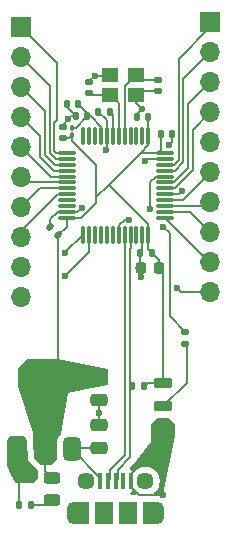
<source format=gbr>
%TF.GenerationSoftware,KiCad,Pcbnew,9.0.0*%
%TF.CreationDate,2025-06-28T10:43:13-07:00*%
%TF.ProjectId,STM 32 devboard,53544d20-3332-4206-9465-76626f617264,rev?*%
%TF.SameCoordinates,Original*%
%TF.FileFunction,Copper,L1,Top*%
%TF.FilePolarity,Positive*%
%FSLAX46Y46*%
G04 Gerber Fmt 4.6, Leading zero omitted, Abs format (unit mm)*
G04 Created by KiCad (PCBNEW 9.0.0) date 2025-06-28 10:43:13*
%MOMM*%
%LPD*%
G01*
G04 APERTURE LIST*
G04 Aperture macros list*
%AMRoundRect*
0 Rectangle with rounded corners*
0 $1 Rounding radius*
0 $2 $3 $4 $5 $6 $7 $8 $9 X,Y pos of 4 corners*
0 Add a 4 corners polygon primitive as box body*
4,1,4,$2,$3,$4,$5,$6,$7,$8,$9,$2,$3,0*
0 Add four circle primitives for the rounded corners*
1,1,$1+$1,$2,$3*
1,1,$1+$1,$4,$5*
1,1,$1+$1,$6,$7*
1,1,$1+$1,$8,$9*
0 Add four rect primitives between the rounded corners*
20,1,$1+$1,$2,$3,$4,$5,0*
20,1,$1+$1,$4,$5,$6,$7,0*
20,1,$1+$1,$6,$7,$8,$9,0*
20,1,$1+$1,$8,$9,$2,$3,0*%
G04 Aperture macros list end*
%TA.AperFunction,SMDPad,CuDef*%
%ADD10RoundRect,0.140000X0.140000X0.170000X-0.140000X0.170000X-0.140000X-0.170000X0.140000X-0.170000X0*%
%TD*%
%TA.AperFunction,ComponentPad*%
%ADD11R,1.700000X1.700000*%
%TD*%
%TA.AperFunction,ComponentPad*%
%ADD12O,1.700000X1.700000*%
%TD*%
%TA.AperFunction,SMDPad,CuDef*%
%ADD13RoundRect,0.375000X0.375000X-0.625000X0.375000X0.625000X-0.375000X0.625000X-0.375000X-0.625000X0*%
%TD*%
%TA.AperFunction,SMDPad,CuDef*%
%ADD14RoundRect,0.500000X1.400000X-0.500000X1.400000X0.500000X-1.400000X0.500000X-1.400000X-0.500000X0*%
%TD*%
%TA.AperFunction,SMDPad,CuDef*%
%ADD15R,1.400000X1.200000*%
%TD*%
%TA.AperFunction,SMDPad,CuDef*%
%ADD16RoundRect,0.120000X0.630000X0.280000X-0.630000X0.280000X-0.630000X-0.280000X0.630000X-0.280000X0*%
%TD*%
%TA.AperFunction,SMDPad,CuDef*%
%ADD17RoundRect,0.135000X0.135000X0.185000X-0.135000X0.185000X-0.135000X-0.185000X0.135000X-0.185000X0*%
%TD*%
%TA.AperFunction,SMDPad,CuDef*%
%ADD18RoundRect,0.135000X0.185000X-0.135000X0.185000X0.135000X-0.185000X0.135000X-0.185000X-0.135000X0*%
%TD*%
%TA.AperFunction,SMDPad,CuDef*%
%ADD19RoundRect,0.135000X-0.135000X-0.185000X0.135000X-0.185000X0.135000X0.185000X-0.135000X0.185000X0*%
%TD*%
%TA.AperFunction,SMDPad,CuDef*%
%ADD20R,0.400000X1.350000*%
%TD*%
%TA.AperFunction,HeatsinkPad*%
%ADD21O,1.200000X1.900000*%
%TD*%
%TA.AperFunction,SMDPad,CuDef*%
%ADD22R,1.200000X1.900000*%
%TD*%
%TA.AperFunction,HeatsinkPad*%
%ADD23C,1.450000*%
%TD*%
%TA.AperFunction,SMDPad,CuDef*%
%ADD24R,1.500000X1.900000*%
%TD*%
%TA.AperFunction,SMDPad,CuDef*%
%ADD25RoundRect,0.100000X-0.100000X0.130000X-0.100000X-0.130000X0.100000X-0.130000X0.100000X0.130000X0*%
%TD*%
%TA.AperFunction,SMDPad,CuDef*%
%ADD26RoundRect,0.243750X0.456250X-0.243750X0.456250X0.243750X-0.456250X0.243750X-0.456250X-0.243750X0*%
%TD*%
%TA.AperFunction,SMDPad,CuDef*%
%ADD27RoundRect,0.140000X0.170000X-0.140000X0.170000X0.140000X-0.170000X0.140000X-0.170000X-0.140000X0*%
%TD*%
%TA.AperFunction,SMDPad,CuDef*%
%ADD28RoundRect,0.140000X0.219203X0.021213X0.021213X0.219203X-0.219203X-0.021213X-0.021213X-0.219203X0*%
%TD*%
%TA.AperFunction,SMDPad,CuDef*%
%ADD29RoundRect,0.140000X-0.140000X-0.170000X0.140000X-0.170000X0.140000X0.170000X-0.140000X0.170000X0*%
%TD*%
%TA.AperFunction,SMDPad,CuDef*%
%ADD30RoundRect,0.225000X0.225000X0.250000X-0.225000X0.250000X-0.225000X-0.250000X0.225000X-0.250000X0*%
%TD*%
%TA.AperFunction,SMDPad,CuDef*%
%ADD31RoundRect,0.250000X-0.475000X0.250000X-0.475000X-0.250000X0.475000X-0.250000X0.475000X0.250000X0*%
%TD*%
%TA.AperFunction,SMDPad,CuDef*%
%ADD32RoundRect,0.140000X-0.170000X0.140000X-0.170000X-0.140000X0.170000X-0.140000X0.170000X0.140000X0*%
%TD*%
%TA.AperFunction,SMDPad,CuDef*%
%ADD33RoundRect,0.250000X0.475000X-0.250000X0.475000X0.250000X-0.475000X0.250000X-0.475000X-0.250000X0*%
%TD*%
%TA.AperFunction,SMDPad,CuDef*%
%ADD34RoundRect,0.075000X-0.665000X0.075000X-0.665000X-0.075000X0.665000X-0.075000X0.665000X0.075000X0*%
%TD*%
%TA.AperFunction,SMDPad,CuDef*%
%ADD35RoundRect,0.075000X-0.075000X0.665000X-0.075000X-0.665000X0.075000X-0.665000X0.075000X0.665000X0*%
%TD*%
%TA.AperFunction,ViaPad*%
%ADD36C,0.600000*%
%TD*%
%TA.AperFunction,Conductor*%
%ADD37C,0.200000*%
%TD*%
G04 APERTURE END LIST*
D10*
%TO.P,C10,2*%
%TO.N,GND*%
X24070000Y-38500000D03*
%TO.P,C10,1*%
%TO.N,+3.3V*%
X25030000Y-38500000D03*
%TD*%
%TO.P,C11,2*%
%TO.N,GND*%
X18616893Y-26944440D03*
%TO.P,C11,1*%
%TO.N,+3.3VA*%
X19576893Y-26944440D03*
%TD*%
%TO.P,C12,2*%
%TO.N,GND*%
X17874142Y-25905871D03*
%TO.P,C12,1*%
%TO.N,+3.3VA*%
X18834142Y-25905871D03*
%TD*%
D11*
%TO.P,J1,1,Pin_1*%
%TO.N,PB9*%
X30000000Y-19000000D03*
D12*
%TO.P,J1,2,Pin_2*%
%TO.N,PB8*%
X30000000Y-21540000D03*
%TO.P,J1,3,Pin_3*%
%TO.N,PB7*%
X30000000Y-24080000D03*
%TO.P,J1,4,Pin_4*%
%TO.N,PB6*%
X30000000Y-26620000D03*
%TO.P,J1,5,Pin_5*%
%TO.N,PB5*%
X30000000Y-29160000D03*
%TO.P,J1,6,Pin_6*%
%TO.N,PB4*%
X30000000Y-31700000D03*
%TO.P,J1,7,Pin_7*%
%TO.N,PB3*%
X30000000Y-34240000D03*
%TO.P,J1,8,Pin_8*%
%TO.N,PA15*%
X30000000Y-36780000D03*
%TO.P,J1,9,Pin_9*%
%TO.N,PA14*%
X30000000Y-39320000D03*
%TO.P,J1,10,Pin_10*%
%TO.N,PA10*%
X30000000Y-41860000D03*
%TD*%
D13*
%TO.P,U1,1,GND*%
%TO.N,GND*%
X13700000Y-55150000D03*
%TO.P,U1,3,VI*%
%TO.N,VBUS*%
X18300000Y-55150000D03*
D14*
%TO.P,U1,2,VO*%
%TO.N,+3.3V*%
X16000000Y-48850000D03*
D13*
X16000000Y-55150000D03*
%TD*%
D15*
%TO.P,Y1,2,2*%
%TO.N,GND*%
X21550000Y-23456912D03*
%TO.P,Y1,4,4*%
X23750000Y-25156912D03*
%TO.P,Y1,1,1*%
%TO.N,/HSE IN*%
X23750000Y-23456912D03*
%TO.P,Y1,3,3*%
%TO.N,/HSE OUT*%
X21550000Y-25156912D03*
%TD*%
D16*
%TO.P,SW1,1,A*%
%TO.N,GND*%
X26000000Y-53500000D03*
%TO.P,SW1,2,B*%
%TO.N,/SW_BOOT0*%
X26000000Y-51500000D03*
%TO.P,SW1,3,C*%
%TO.N,+3.3V*%
X26000000Y-49500000D03*
%TD*%
D17*
%TO.P,R3,1*%
%TO.N,+3.3V*%
X24410000Y-49800000D03*
%TO.P,R3,2*%
%TO.N,/USB_D+*%
X23390000Y-49800000D03*
%TD*%
D18*
%TO.P,R2,1*%
%TO.N,/SW_BOOT0*%
X27900000Y-46260000D03*
%TO.P,R2,2*%
%TO.N,Net-(U2-BOOT0)*%
X27900000Y-45240000D03*
%TD*%
D19*
%TO.P,R1,1*%
%TO.N,GND*%
X13786317Y-59852750D03*
%TO.P,R1,2*%
%TO.N,/PWRLED_K*%
X14806317Y-59852750D03*
%TD*%
D20*
%TO.P,J3,5,GND*%
%TO.N,GND*%
X23300000Y-57837500D03*
%TO.P,J3,1,VBUS*%
%TO.N,VBUS*%
X20700000Y-57837500D03*
%TO.P,J3,2,D-*%
%TO.N,/USB_D-*%
X21350000Y-57837500D03*
%TO.P,J3,3,D+*%
%TO.N,/USB_D+*%
X22000000Y-57837500D03*
%TO.P,J3,4,ID*%
%TO.N,unconnected-(J3-ID-Pad4)*%
X22650000Y-57837500D03*
D21*
%TO.P,J3,6,Shield*%
%TO.N,unconnected-(J3-Shield-Pad6)_4*%
X18500000Y-60537500D03*
D22*
%TO.N,unconnected-(J3-Shield-Pad6)_6*%
X19100000Y-60537500D03*
D23*
%TO.N,unconnected-(J3-Shield-Pad6)_5*%
X19500000Y-57837500D03*
D24*
%TO.N,unconnected-(J3-Shield-Pad6)_3*%
X21000000Y-60537500D03*
%TO.N,unconnected-(J3-Shield-Pad6)_1*%
X23000000Y-60537500D03*
D23*
%TO.N,unconnected-(J3-Shield-Pad6)_2*%
X24500000Y-57837500D03*
D22*
%TO.N,unconnected-(J3-Shield-Pad6)*%
X24900000Y-60537500D03*
D21*
%TO.N,unconnected-(J3-Shield-Pad6)_7*%
X25500000Y-60537500D03*
%TD*%
D11*
%TO.P,J2,1,Pin_1*%
%TO.N,PA3*%
X14000000Y-19420000D03*
D12*
%TO.P,J2,2,Pin_2*%
%TO.N,PA4*%
X14000000Y-21960000D03*
%TO.P,J2,3,Pin_3*%
%TO.N,PA5*%
X14000000Y-24500000D03*
%TO.P,J2,4,Pin_4*%
%TO.N,PA6*%
X14000000Y-27040000D03*
%TO.P,J2,5,Pin_5*%
%TO.N,PA7*%
X14000000Y-29580000D03*
%TO.P,J2,6,Pin_6*%
%TO.N,PB0*%
X14000000Y-32120000D03*
%TO.P,J2,7,Pin_7*%
%TO.N,PB1*%
X14000000Y-34660000D03*
%TO.P,J2,8,Pin_8*%
%TO.N,PB2*%
X14000000Y-37200000D03*
%TO.P,J2,9,Pin_9*%
%TO.N,PB12*%
X14000000Y-39740000D03*
%TO.P,J2,10,Pin_10*%
%TO.N,PB13*%
X14000000Y-42280000D03*
%TD*%
D25*
%TO.P,FB1,1*%
%TO.N,+3.3VA*%
X18312516Y-27902880D03*
%TO.P,FB1,2*%
%TO.N,+3.3V*%
X18312516Y-28542880D03*
%TD*%
D26*
%TO.P,D1,1,K*%
%TO.N,/PWRLED_K*%
X16600000Y-59437500D03*
%TO.P,D1,2,A*%
%TO.N,+3.3V*%
X16600000Y-57562500D03*
%TD*%
D27*
%TO.P,C13,2*%
%TO.N,GND*%
X17500000Y-27826912D03*
%TO.P,C13,1*%
%TO.N,+3.3V*%
X17500000Y-28786912D03*
%TD*%
D28*
%TO.P,C9,1*%
%TO.N,+3.3V*%
X17135936Y-36990191D03*
%TO.P,C9,2*%
%TO.N,GND*%
X16457114Y-36311369D03*
%TD*%
D29*
%TO.P,C8,2*%
%TO.N,GND*%
X26745811Y-28420361D03*
%TO.P,C8,1*%
%TO.N,+3.3V*%
X25785811Y-28420361D03*
%TD*%
D10*
%TO.P,C7,2*%
%TO.N,GND*%
X20520000Y-26556912D03*
%TO.P,C7,1*%
%TO.N,/NRST*%
X21480000Y-26556912D03*
%TD*%
%TO.P,C6,2*%
%TO.N,GND*%
X23759597Y-27033813D03*
%TO.P,C6,1*%
%TO.N,+3.3V*%
X24719597Y-27033813D03*
%TD*%
D30*
%TO.P,C5,1*%
%TO.N,+3.3V*%
X25675000Y-39762471D03*
%TO.P,C5,2*%
%TO.N,GND*%
X24125000Y-39762471D03*
%TD*%
D31*
%TO.P,C4,2*%
%TO.N,GND*%
X20600000Y-50950000D03*
%TO.P,C4,1*%
%TO.N,+3.3V*%
X20600000Y-49050000D03*
%TD*%
D27*
%TO.P,C3,2*%
%TO.N,GND*%
X19750000Y-24026912D03*
%TO.P,C3,1*%
%TO.N,/HSE OUT*%
X19750000Y-24986912D03*
%TD*%
D32*
%TO.P,C2,2*%
%TO.N,GND*%
X25550000Y-24836912D03*
%TO.P,C2,1*%
%TO.N,/HSE IN*%
X25550000Y-23876912D03*
%TD*%
D33*
%TO.P,C1,2*%
%TO.N,GND*%
X20608899Y-53121859D03*
%TO.P,C1,1*%
%TO.N,VBUS*%
X20608899Y-55021859D03*
%TD*%
D34*
%TO.P,U2,47,VSS*%
%TO.N,GND*%
X26160000Y-30556912D03*
D35*
%TO.P,U2,8,VSSA*%
X21250000Y-28646912D03*
D34*
%TO.P,U2,48,VDD*%
%TO.N,+3.3V*%
X26160000Y-30056912D03*
%TO.P,U2,46,PB9*%
%TO.N,PB9*%
X26160000Y-31056912D03*
%TO.P,U2,45,PB8*%
%TO.N,PB8*%
X26160000Y-31556912D03*
%TO.P,U2,44,BOOT0*%
%TO.N,Net-(U2-BOOT0)*%
X26160000Y-32056912D03*
%TO.P,U2,43,PB7*%
%TO.N,PB7*%
X26160000Y-32556912D03*
%TO.P,U2,42,PB6*%
%TO.N,PB6*%
X26160000Y-33056912D03*
%TO.P,U2,41,PB5*%
%TO.N,PB5*%
X26160000Y-33556912D03*
%TO.P,U2,40,PB4*%
%TO.N,PB4*%
X26160000Y-34056912D03*
%TO.P,U2,39,PB3*%
%TO.N,PB3*%
X26160000Y-34556912D03*
%TO.P,U2,38,PA15*%
%TO.N,PA15*%
X26160000Y-35056912D03*
%TO.P,U2,37,PA14*%
%TO.N,PA14*%
X26160000Y-35556912D03*
D35*
%TO.P,U2,36,VDD*%
%TO.N,+3.3V*%
X24750000Y-36966912D03*
%TO.P,U2,35,VSS*%
%TO.N,GND*%
X24250000Y-36966912D03*
%TO.P,U2,34,PA13*%
%TO.N,unconnected-(U2-PA13-Pad34)*%
X23750000Y-36966912D03*
%TO.P,U2,33,PA12*%
%TO.N,/USB_D+*%
X23250000Y-36966912D03*
%TO.P,U2,32,PA11*%
%TO.N,/USB_D-*%
X22750000Y-36966912D03*
%TO.P,U2,31,PA10*%
%TO.N,PA10*%
X22250000Y-36966912D03*
%TO.P,U2,30,PA9*%
%TO.N,unconnected-(U2-PA9-Pad30)*%
X21750000Y-36966912D03*
%TO.P,U2,29,PA8*%
%TO.N,unconnected-(U2-PA8-Pad29)*%
X21250000Y-36966912D03*
%TO.P,U2,28,PB15*%
%TO.N,unconnected-(U2-PB15-Pad28)*%
X20750000Y-36966912D03*
%TO.P,U2,27,PB14*%
%TO.N,unconnected-(U2-PB14-Pad27)*%
X20250000Y-36966912D03*
%TO.P,U2,26,PB13*%
%TO.N,PB13*%
X19750000Y-36966912D03*
%TO.P,U2,25,PB12*%
%TO.N,PB12*%
X19250000Y-36966912D03*
D34*
%TO.P,U2,24,VDD*%
%TO.N,+3.3V*%
X17840000Y-35556912D03*
%TO.P,U2,23,VSS*%
%TO.N,GND*%
X17840000Y-35056912D03*
%TO.P,U2,22,PB11*%
%TO.N,unconnected-(U2-PB11-Pad22)*%
X17840000Y-34556912D03*
%TO.P,U2,21,PB10*%
%TO.N,unconnected-(U2-PB10-Pad21)*%
X17840000Y-34056912D03*
%TO.P,U2,20,PB2*%
%TO.N,PB2*%
X17840000Y-33556912D03*
%TO.P,U2,19,PB1*%
%TO.N,PB1*%
X17840000Y-33056912D03*
%TO.P,U2,18,PB0*%
%TO.N,PB0*%
X17840000Y-32556912D03*
%TO.P,U2,17,PA7*%
%TO.N,PA7*%
X17840000Y-32056912D03*
%TO.P,U2,16,PA6*%
%TO.N,PA6*%
X17840000Y-31556912D03*
%TO.P,U2,15,PA5*%
%TO.N,PA5*%
X17840000Y-31056912D03*
%TO.P,U2,14,PA4*%
%TO.N,PA4*%
X17840000Y-30556912D03*
%TO.P,U2,13,PA3*%
%TO.N,PA3*%
X17840000Y-30056912D03*
D35*
%TO.P,U2,12,PA2*%
%TO.N,unconnected-(U2-PA2-Pad12)*%
X19250000Y-28646912D03*
%TO.P,U2,11,PA1*%
%TO.N,unconnected-(U2-PA1-Pad11)*%
X19750000Y-28646912D03*
%TO.P,U2,10,PA0*%
%TO.N,unconnected-(U2-PA0-Pad10)*%
X20250000Y-28646912D03*
%TO.P,U2,9,VDDA*%
%TO.N,+3.3VA*%
X20750000Y-28646912D03*
%TO.P,U2,7,NRST*%
%TO.N,/NRST*%
X21750000Y-28646912D03*
%TO.P,U2,6,PD1*%
%TO.N,/HSE OUT*%
X22250000Y-28646912D03*
%TO.P,U2,5,PD0*%
%TO.N,/HSE IN*%
X22750000Y-28646912D03*
%TO.P,U2,4,PC15*%
%TO.N,unconnected-(U2-PC15-Pad4)*%
X23250000Y-28646912D03*
%TO.P,U2,3,PC14*%
%TO.N,unconnected-(U2-PC14-Pad3)*%
X23750000Y-28646912D03*
%TO.P,U2,2,PC13*%
%TO.N,/PC13*%
X24250000Y-28646912D03*
%TO.P,U2,1,VBAT*%
%TO.N,+3.3V*%
X24750000Y-28646912D03*
%TD*%
D36*
%TO.N,PB13*%
X17735936Y-40500000D03*
%TO.N,PB12*%
X17735936Y-38500000D03*
%TO.N,GND*%
X21200000Y-29800000D03*
X19100000Y-34700000D03*
X24100000Y-40600000D03*
%TO.N,PB5*%
X27603183Y-33303183D03*
%TO.N,GND*%
X20600000Y-52050000D03*
X26000000Y-59000000D03*
X24000000Y-56500000D03*
X24500000Y-30700000D03*
%TO.N,PA10*%
X27150000Y-41500000D03*
X23100000Y-35700000D03*
%TO.N,GND*%
X26500000Y-29406912D03*
X17950000Y-27206912D03*
X20200000Y-23506912D03*
X24250000Y-26306912D03*
X26000000Y-56750000D03*
X24500000Y-56000000D03*
X14500000Y-57500000D03*
X13750000Y-57500000D03*
X14750000Y-56750000D03*
X14000000Y-56750000D03*
X13250000Y-56750000D03*
%TO.N,Net-(U2-BOOT0)*%
X26000000Y-36306912D03*
X24920002Y-34800000D03*
%TD*%
D37*
%TO.N,PB13*%
X19750000Y-38450000D02*
X19750000Y-36966912D01*
X17735936Y-40500000D02*
X17735936Y-40464064D01*
X17735936Y-40464064D02*
X19750000Y-38450000D01*
%TO.N,PB12*%
X17735936Y-38480976D02*
X17735936Y-38500000D01*
X19250000Y-36966912D02*
X17735936Y-38480976D01*
%TO.N,+3.3V*%
X17135936Y-47714064D02*
X16000000Y-48850000D01*
X17135936Y-36990191D02*
X17135936Y-47714064D01*
X24750000Y-36050000D02*
X24750000Y-36966912D01*
X21435368Y-32735368D02*
X20356912Y-33813824D01*
X21435368Y-32735368D02*
X24750000Y-36050000D01*
%TO.N,Net-(U2-BOOT0)*%
X25386176Y-32056912D02*
X26160000Y-32056912D01*
X24920002Y-34800000D02*
X24920002Y-32523086D01*
X24920002Y-32523086D02*
X25386176Y-32056912D01*
%TO.N,PA10*%
X23100000Y-35700000D02*
X22743088Y-35700000D01*
X22250000Y-36193088D02*
X22743088Y-35700000D01*
X22250000Y-36966912D02*
X22250000Y-36193088D01*
%TO.N,/USB_D+*%
X23225000Y-38101913D02*
X23225000Y-55785500D01*
%TO.N,+3.3V*%
X24710000Y-49500000D02*
X24410000Y-49800000D01*
X26000000Y-49500000D02*
X24710000Y-49500000D01*
X25700000Y-49800000D02*
X26000000Y-49500000D01*
%TO.N,GND*%
X21250000Y-29750000D02*
X21200000Y-29800000D01*
X21250000Y-28646912D02*
X21250000Y-29750000D01*
X20520000Y-26556912D02*
X21250000Y-27286912D01*
X21250000Y-27286912D02*
X21250000Y-28646912D01*
%TO.N,/NRST*%
X21750000Y-28646912D02*
X21750000Y-26826912D01*
X21750000Y-26826912D02*
X21480000Y-26556912D01*
X21580000Y-26556912D02*
X21680000Y-26556912D01*
%TO.N,GND*%
X24100000Y-39787471D02*
X24125000Y-39762471D01*
X24100000Y-40600000D02*
X24100000Y-39787471D01*
%TO.N,+3.3V*%
X20356912Y-34293031D02*
X20356912Y-33813824D01*
X19093031Y-35556912D02*
X20356912Y-34293031D01*
X17840000Y-35556912D02*
X19093031Y-35556912D01*
%TO.N,GND*%
X18743088Y-35056912D02*
X17840000Y-35056912D01*
X19100000Y-34700000D02*
X18743088Y-35056912D01*
%TO.N,PB4*%
X30000000Y-31756309D02*
X27699397Y-34056912D01*
X30000000Y-31700000D02*
X30000000Y-31756309D01*
X27699397Y-34056912D02*
X26160000Y-34056912D01*
%TO.N,PB5*%
X27349454Y-33556912D02*
X27603183Y-33303183D01*
X26160000Y-33556912D02*
X27349454Y-33556912D01*
%TO.N,GND*%
X26160000Y-30556912D02*
X24643088Y-30556912D01*
X24643088Y-30556912D02*
X24500000Y-30700000D01*
X26745811Y-28420361D02*
X26745811Y-29161101D01*
X26745811Y-29161101D02*
X26500000Y-29406912D01*
X20600000Y-50950000D02*
X20600000Y-52050000D01*
X20600000Y-52050000D02*
X20600000Y-53112960D01*
X20200000Y-23506912D02*
X21500000Y-23506912D01*
X19750000Y-23956912D02*
X20200000Y-23506912D01*
X17500000Y-27656912D02*
X17950000Y-27206912D01*
X18616893Y-26944440D02*
X18212472Y-26944440D01*
X18212472Y-26944440D02*
X17950000Y-27206912D01*
X23750000Y-25806912D02*
X24250000Y-26306912D01*
X24250000Y-26306912D02*
X23759597Y-26797315D01*
X13786317Y-59852750D02*
X13786317Y-57536317D01*
X13786317Y-57536317D02*
X13750000Y-57500000D01*
X25500000Y-59000000D02*
X26000000Y-59000000D01*
X23300000Y-57200000D02*
X24000000Y-56500000D01*
X23987500Y-59000000D02*
X25500000Y-59000000D01*
X20837040Y-53350000D02*
X20608899Y-53121859D01*
X20600000Y-53112960D02*
X20608899Y-53121859D01*
X21200632Y-28597544D02*
X21250000Y-28646912D01*
X21500000Y-23506912D02*
X21550000Y-23456912D01*
X19750000Y-24026912D02*
X19750000Y-23956912D01*
X17500000Y-27826912D02*
X17500000Y-27656912D01*
X17874142Y-26201689D02*
X18616893Y-26944440D01*
X23750000Y-25156912D02*
X23750000Y-25806912D01*
X23759597Y-26797315D02*
X23759597Y-27033813D01*
X23300000Y-58312500D02*
X23987500Y-59000000D01*
X17874142Y-25905871D02*
X17874142Y-26201689D01*
X24070000Y-24836912D02*
X23750000Y-25156912D01*
X25550000Y-24836912D02*
X24070000Y-24836912D01*
X23300000Y-57837500D02*
X23300000Y-58312500D01*
%TO.N,PB5*%
X30000000Y-29160000D02*
X30000000Y-29797690D01*
%TO.N,PB6*%
X27049924Y-33007912D02*
X25900000Y-33007912D01*
X28529811Y-31528025D02*
X27049924Y-33007912D01*
X28529811Y-28090189D02*
X28529811Y-31528025D01*
X30000000Y-26620000D02*
X28529811Y-28090189D01*
%TO.N,PB7*%
X28128811Y-31361925D02*
X26933824Y-32556912D01*
X28128811Y-25951189D02*
X28128811Y-31361925D01*
X26933824Y-32556912D02*
X26160000Y-32556912D01*
X30000000Y-24080000D02*
X28128811Y-25951189D01*
%TO.N,PB8*%
X27000924Y-31556912D02*
X26160000Y-31556912D01*
X27727811Y-23812189D02*
X27727811Y-30830025D01*
X30000000Y-21540000D02*
X27727811Y-23812189D01*
X27727811Y-30830025D02*
X27000924Y-31556912D01*
%TO.N,PB9*%
X30000000Y-19426811D02*
X27326811Y-22100000D01*
X30000000Y-19000000D02*
X30000000Y-19426811D01*
X27326811Y-30663925D02*
X27326811Y-22100000D01*
X26933824Y-31056912D02*
X27326811Y-30663925D01*
X26160000Y-31056912D02*
X26933824Y-31056912D01*
%TO.N,+3.3V*%
X25785811Y-28420361D02*
X25785811Y-29771101D01*
X25785811Y-29771101D02*
X25500000Y-30056912D01*
X25500000Y-30056912D02*
X24113824Y-30056912D01*
%TO.N,PB9*%
X29500000Y-19000000D02*
X30000000Y-19000000D01*
%TO.N,PB3*%
X29683088Y-34556912D02*
X30000000Y-34240000D01*
X26160000Y-34556912D02*
X29683088Y-34556912D01*
%TO.N,PA15*%
X26160000Y-35056912D02*
X28276912Y-35056912D01*
X28276912Y-35056912D02*
X30000000Y-36780000D01*
%TO.N,PA14*%
X29923088Y-39320000D02*
X30000000Y-39320000D01*
X26160000Y-35556912D02*
X29923088Y-39320000D01*
%TO.N,PA10*%
X27510000Y-41860000D02*
X30000000Y-41860000D01*
X27150000Y-41500000D02*
X27510000Y-41860000D01*
%TO.N,+3.3V*%
X16000000Y-56962500D02*
X16600000Y-57562500D01*
X16000000Y-55150000D02*
X16000000Y-56962500D01*
%TO.N,Net-(U2-BOOT0)*%
X26550000Y-43890000D02*
X27900000Y-45240000D01*
X26550000Y-36856912D02*
X26550000Y-43890000D01*
X26000000Y-36306912D02*
X26550000Y-36856912D01*
%TO.N,PB2*%
X14000000Y-36623088D02*
X14000000Y-37200000D01*
X17066176Y-33556912D02*
X14000000Y-36623088D01*
X17840000Y-33556912D02*
X17066176Y-33556912D01*
%TO.N,PB1*%
X15603088Y-33056912D02*
X17840000Y-33056912D01*
X14000000Y-34660000D02*
X15603088Y-33056912D01*
%TO.N,PB0*%
X14436912Y-32556912D02*
X14000000Y-32120000D01*
X17840000Y-32556912D02*
X14436912Y-32556912D01*
%TO.N,PA7*%
X16476912Y-32056912D02*
X17840000Y-32056912D01*
X14000000Y-29580000D02*
X16476912Y-32056912D01*
%TO.N,PA6*%
X16766876Y-31556912D02*
X17840000Y-31556912D01*
X15596000Y-28636000D02*
X15596000Y-30386036D01*
X15596000Y-30386036D02*
X16766876Y-31556912D01*
X14000000Y-27040000D02*
X15596000Y-28636000D01*
%TO.N,PA5*%
X15997000Y-30219936D02*
X16833976Y-31056912D01*
X15997000Y-26497000D02*
X15997000Y-30219936D01*
X14000000Y-24500000D02*
X15997000Y-26497000D01*
X16833976Y-31056912D02*
X17840000Y-31056912D01*
%TO.N,PA4*%
X16901076Y-30556912D02*
X17840000Y-30556912D01*
X16398000Y-30053836D02*
X16901076Y-30556912D01*
X16398000Y-24358000D02*
X16398000Y-30053836D01*
X14000000Y-21960000D02*
X16398000Y-24358000D01*
%TO.N,PA3*%
X16799000Y-29887736D02*
X16968176Y-30056912D01*
X16799000Y-27501000D02*
X16799000Y-29887736D01*
X17000000Y-27300000D02*
X16799000Y-27501000D01*
X17000000Y-22420000D02*
X17000000Y-27300000D01*
X16968176Y-30056912D02*
X17840000Y-30056912D01*
X14000000Y-19420000D02*
X17000000Y-22420000D01*
%TO.N,PB1*%
X14000000Y-34660000D02*
X14000000Y-34623088D01*
%TO.N,+3.3V*%
X26000000Y-40087471D02*
X25675000Y-39762471D01*
X26000000Y-49500000D02*
X26000000Y-40087471D01*
%TO.N,/USB_D-*%
X21499000Y-56875132D02*
X21499000Y-57688500D01*
X22775000Y-38101913D02*
X22775000Y-55599132D01*
X22750000Y-36966912D02*
X22750000Y-38076913D01*
%TO.N,/USB_D+*%
X22149000Y-56861500D02*
X22149000Y-57674897D01*
%TO.N,/USB_D-*%
X22775000Y-55599132D02*
X21499000Y-56875132D01*
X22750000Y-38076913D02*
X22775000Y-38101913D01*
%TO.N,/USB_D+*%
X23250000Y-36966912D02*
X23250000Y-38076913D01*
X23225000Y-55785500D02*
X22149000Y-56861500D01*
X23250000Y-38076913D02*
X23225000Y-38101913D01*
%TO.N,+3.3V*%
X25675000Y-39145000D02*
X25030000Y-38500000D01*
X25675000Y-39762471D02*
X25675000Y-39145000D01*
X17840000Y-36286127D02*
X17135936Y-36990191D01*
X17840000Y-35556912D02*
X17840000Y-36286127D01*
%TO.N,GND*%
X17066176Y-35056912D02*
X16457114Y-35665974D01*
X16457114Y-35665974D02*
X16457114Y-36311369D01*
X17840000Y-35056912D02*
X17066176Y-35056912D01*
X24070000Y-39424442D02*
X23731971Y-39762471D01*
X24070000Y-38500000D02*
X24070000Y-39424442D01*
%TO.N,+3.3V*%
X24750000Y-38220000D02*
X25030000Y-38500000D01*
X24750000Y-36966912D02*
X24750000Y-38220000D01*
%TO.N,GND*%
X24250000Y-38320000D02*
X24070000Y-38500000D01*
X24250000Y-36966912D02*
X24250000Y-38320000D01*
%TO.N,+3.3V*%
X18068484Y-28786912D02*
X18312516Y-28542880D01*
X17500000Y-28786912D02*
X18068484Y-28786912D01*
%TO.N,+3.3VA*%
X19576893Y-26648622D02*
X18834142Y-25905871D01*
X19576893Y-26944440D02*
X19576893Y-26648622D01*
X18618453Y-27902880D02*
X19576893Y-26944440D01*
X18312516Y-27902880D02*
X18618453Y-27902880D01*
%TO.N,+3.3V*%
X18312516Y-29019428D02*
X20356912Y-31063824D01*
X18312516Y-28542880D02*
X18312516Y-29019428D01*
X20356912Y-31063824D02*
X20356912Y-33813824D01*
%TO.N,+3.3VA*%
X19856892Y-26944440D02*
X20750000Y-27837548D01*
X20750000Y-27837548D02*
X20750000Y-28646912D01*
X19576893Y-26944440D02*
X19856892Y-26944440D01*
%TO.N,/PWRLED_K*%
X16184750Y-59852750D02*
X16600000Y-59437500D01*
X14806317Y-59852750D02*
X16184750Y-59852750D01*
%TO.N,VBUS*%
X18428141Y-55021859D02*
X18300000Y-55150000D01*
X20608899Y-55021859D02*
X18428141Y-55021859D01*
%TO.N,/HSE OUT*%
X19920000Y-25156912D02*
X19750000Y-24986912D01*
X21550000Y-25156912D02*
X19920000Y-25156912D01*
%TO.N,/HSE IN*%
X24170000Y-23876912D02*
X23750000Y-23456912D01*
X25550000Y-23876912D02*
X24170000Y-23876912D01*
%TO.N,/HSE OUT*%
X22250000Y-25856912D02*
X22250000Y-28646912D01*
X21550000Y-25156912D02*
X22250000Y-25856912D01*
%TO.N,/HSE IN*%
X22750000Y-24356912D02*
X22750000Y-28646912D01*
X23650000Y-23456912D02*
X22750000Y-24356912D01*
X23750000Y-23456912D02*
X23650000Y-23456912D01*
%TO.N,+3.3V*%
X24719597Y-27033813D02*
X24719597Y-28616509D01*
X24719597Y-28616509D02*
X24750000Y-28646912D01*
X24750000Y-29420736D02*
X24113824Y-30056912D01*
X24750000Y-28646912D02*
X24750000Y-29420736D01*
X24113824Y-30056912D02*
X21435368Y-32735368D01*
X26160000Y-30056912D02*
X25500000Y-30056912D01*
%TO.N,/SW_BOOT0*%
X28000000Y-49500000D02*
X26000000Y-51500000D01*
X28000000Y-46510000D02*
X28000000Y-49500000D01*
%TO.N,Net-(U2-BOOT0)*%
X26010000Y-36296912D02*
X26000000Y-36306912D01*
%TO.N,VBUS*%
X20700000Y-57550000D02*
X20700000Y-57837500D01*
X18300000Y-55150000D02*
X20700000Y-57550000D01*
%TO.N,/USB_D+*%
X22000000Y-57823897D02*
X22000000Y-57837500D01*
X22149000Y-57674897D02*
X22000000Y-57823897D01*
%TO.N,/USB_D-*%
X21499000Y-57688500D02*
X21350000Y-57837500D01*
%TD*%
%TA.AperFunction,Conductor*%
%TO.N,GND*%
G36*
X14240403Y-54019685D02*
G01*
X14284273Y-54068546D01*
X14488316Y-54476632D01*
X14501262Y-54526094D01*
X14575354Y-56057540D01*
X14575355Y-56057541D01*
X15363838Y-56857982D01*
X15375326Y-56879401D01*
X15390429Y-56898447D01*
X15393218Y-56912763D01*
X15396860Y-56919554D01*
X15398889Y-56932713D01*
X15399499Y-56938838D01*
X15399499Y-57041557D01*
X15415777Y-57102309D01*
X15416779Y-57112363D01*
X15412101Y-57137170D01*
X15411501Y-57162407D01*
X15411099Y-57163643D01*
X15409913Y-57167222D01*
X15399500Y-57269144D01*
X15399500Y-57549138D01*
X15379815Y-57616177D01*
X15363181Y-57636819D01*
X15036319Y-57963681D01*
X14974996Y-57997166D01*
X14948638Y-58000000D01*
X13576636Y-58000000D01*
X13509597Y-57980315D01*
X13465727Y-57931454D01*
X13318410Y-57636819D01*
X13308089Y-57616177D01*
X13081822Y-57163643D01*
X12966357Y-56932713D01*
X12956382Y-56912763D01*
X12939701Y-56879401D01*
X12763091Y-56526182D01*
X12750000Y-56470728D01*
X12750000Y-54529272D01*
X12763091Y-54473818D01*
X12965727Y-54068546D01*
X13013314Y-54017387D01*
X13076636Y-54000000D01*
X14173364Y-54000000D01*
X14240403Y-54019685D01*
G37*
%TD.AperFunction*%
%TD*%
%TA.AperFunction,Conductor*%
%TO.N,+3.3V*%
G36*
X17146851Y-47502592D02*
G01*
X21251229Y-48355450D01*
X21312860Y-48388361D01*
X21346915Y-48449369D01*
X21350000Y-48476856D01*
X21350000Y-49597460D01*
X21330315Y-49664499D01*
X21277511Y-49710254D01*
X21249284Y-49719254D01*
X20015719Y-49955082D01*
X20015718Y-49955083D01*
X20010405Y-49956098D01*
X19972203Y-49960001D01*
X19947948Y-49968038D01*
X19939946Y-49969568D01*
X19939943Y-49969567D01*
X17949999Y-50349999D01*
X17949999Y-50350000D01*
X17368419Y-53808872D01*
X17337891Y-53871719D01*
X17323825Y-53884957D01*
X17302282Y-53902273D01*
X17302275Y-53902280D01*
X17182969Y-54050704D01*
X17182967Y-54050707D01*
X17098360Y-54221302D01*
X17052400Y-54406107D01*
X17049500Y-54448879D01*
X17049500Y-55695243D01*
X17047784Y-55715804D01*
X17006572Y-55960910D01*
X16976043Y-56023757D01*
X16971969Y-56028030D01*
X16536319Y-56463681D01*
X16474996Y-56497166D01*
X16448638Y-56500000D01*
X15772679Y-56500000D01*
X15705640Y-56480315D01*
X15684340Y-56463019D01*
X15185559Y-55956673D01*
X15104161Y-55874041D01*
X15071140Y-55812468D01*
X15068647Y-55793025D01*
X15011851Y-54619062D01*
X15006172Y-54501674D01*
X15006171Y-54501667D01*
X15001433Y-54470768D01*
X15000000Y-54451973D01*
X15000000Y-53749999D01*
X13755644Y-49768060D01*
X13750000Y-49731074D01*
X13750000Y-48301362D01*
X13769685Y-48234323D01*
X13786319Y-48213681D01*
X14463681Y-47536319D01*
X14525004Y-47502834D01*
X14551362Y-47500000D01*
X17121625Y-47500000D01*
X17146851Y-47502592D01*
G37*
%TD.AperFunction*%
%TD*%
%TA.AperFunction,Conductor*%
%TO.N,GND*%
G36*
X23481952Y-58574153D02*
G01*
X23510080Y-58580272D01*
X23515757Y-58585263D01*
X23520988Y-58586982D01*
X23529160Y-58597045D01*
X23550971Y-58616219D01*
X23565236Y-58635852D01*
X23565243Y-58635861D01*
X23701641Y-58772259D01*
X23706354Y-58775683D01*
X23749019Y-58831014D01*
X23754997Y-58900627D01*
X23722390Y-58962422D01*
X23661551Y-58996778D01*
X23633467Y-59000000D01*
X23357985Y-59000000D01*
X23290946Y-58980315D01*
X23245191Y-58927511D01*
X23235247Y-58858353D01*
X23246892Y-58820916D01*
X23251928Y-58810759D01*
X23293796Y-58754831D01*
X23336712Y-58639766D01*
X23339561Y-58634021D01*
X23359095Y-58612879D01*
X23376343Y-58589839D01*
X23382509Y-58587538D01*
X23386977Y-58582704D01*
X23414840Y-58575479D01*
X23441807Y-58565421D01*
X23448238Y-58566820D01*
X23454610Y-58565168D01*
X23481952Y-58574153D01*
G37*
%TD.AperFunction*%
%TA.AperFunction,Conductor*%
G36*
X26515677Y-52519685D02*
G01*
X26536319Y-52536319D01*
X26963681Y-52963681D01*
X26997166Y-53025004D01*
X27000000Y-53051362D01*
X27000000Y-53987722D01*
X26997592Y-54012040D01*
X26019936Y-58900318D01*
X25987486Y-58962196D01*
X25926734Y-58996706D01*
X25898344Y-59000000D01*
X25366533Y-59000000D01*
X25299494Y-58980315D01*
X25253739Y-58927511D01*
X25243795Y-58858353D01*
X25272820Y-58794797D01*
X25293646Y-58775683D01*
X25298359Y-58772259D01*
X25434759Y-58635859D01*
X25548141Y-58479802D01*
X25635715Y-58307929D01*
X25695324Y-58124472D01*
X25725500Y-57933949D01*
X25725500Y-57741051D01*
X25695324Y-57550528D01*
X25635715Y-57367071D01*
X25548141Y-57195198D01*
X25434759Y-57039141D01*
X25298359Y-56902741D01*
X25142302Y-56789359D01*
X24970429Y-56701785D01*
X24786972Y-56642176D01*
X24786970Y-56642175D01*
X24786969Y-56642175D01*
X24640614Y-56618995D01*
X24596449Y-56612000D01*
X24403551Y-56612000D01*
X24367697Y-56617678D01*
X24213030Y-56642175D01*
X24029568Y-56701786D01*
X23857697Y-56789359D01*
X23768661Y-56854047D01*
X23701641Y-56902741D01*
X23701639Y-56902743D01*
X23701638Y-56902743D01*
X23565243Y-57039138D01*
X23550970Y-57058783D01*
X23549428Y-57059971D01*
X23548719Y-57061784D01*
X23521899Y-57081198D01*
X23495639Y-57101447D01*
X23493697Y-57101613D01*
X23492122Y-57102754D01*
X23459043Y-57104588D01*
X23426025Y-57107423D01*
X23424304Y-57106515D01*
X23422360Y-57106623D01*
X23393530Y-57090276D01*
X23364231Y-57074816D01*
X23362736Y-57072816D01*
X23361581Y-57072161D01*
X23357947Y-57066406D01*
X23340885Y-57043571D01*
X23337221Y-57036598D01*
X23293796Y-56920169D01*
X23234247Y-56840622D01*
X23229658Y-56831888D01*
X23224643Y-56806921D01*
X23215743Y-56783059D01*
X23217878Y-56773239D01*
X23215900Y-56763386D01*
X23225181Y-56739668D01*
X23230594Y-56714786D01*
X23241089Y-56699016D01*
X23241362Y-56698321D01*
X23241730Y-56698054D01*
X23242590Y-56696762D01*
X23556787Y-56304015D01*
X23565895Y-56293839D01*
X23705520Y-56154216D01*
X23775754Y-56032566D01*
X23786296Y-56017128D01*
X25000000Y-54500000D01*
X25000000Y-53051362D01*
X25019685Y-52984323D01*
X25036319Y-52963681D01*
X25463681Y-52536319D01*
X25525004Y-52502834D01*
X25551362Y-52500000D01*
X26448638Y-52500000D01*
X26515677Y-52519685D01*
G37*
%TD.AperFunction*%
%TD*%
M02*

</source>
